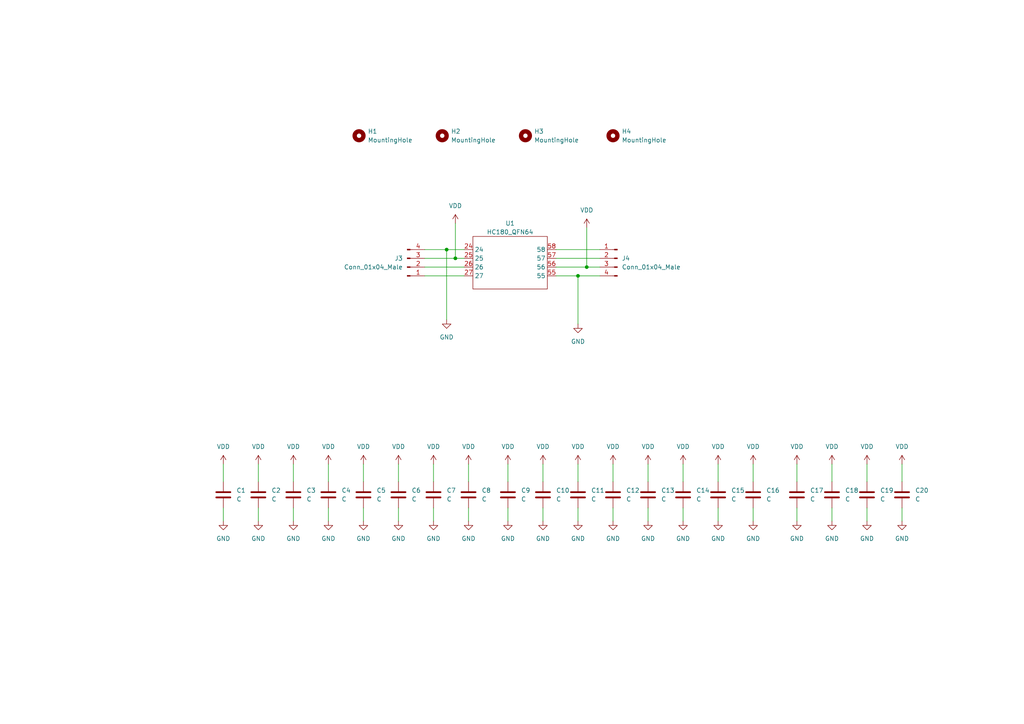
<source format=kicad_sch>
(kicad_sch (version 20211123) (generator eeschema)
  (paper "A4")
  (lib_symbols
    (symbol "Connector:Conn_01x04_Male" (pin_names (offset 1.016) hide)
      (property "Reference" "J" (at 0 5.08 0))
      (property "Value" "Conn_01x04_Male" (at 0 -7.62 0))
      (symbol "Conn_01x04_Male_1_1"
        (polyline (pts (xy 1.27 -5.08) (xy 0.8636 -5.08)) (stroke (width 0.1524)))
        (polyline (pts (xy 1.27 -2.54) (xy 0.8636 -2.54)) (stroke (width 0.1524)))
        (polyline (pts (xy 1.27 0) (xy 0.8636 0)) (stroke (width 0.1524)))
        (polyline (pts (xy 1.27 2.54) (xy 0.8636 2.54)) (stroke (width 0.1524)))
        (rectangle (start 0.8636 -4.953) (end 0 -5.207) (stroke (width 0.1524)) (fill (type outline)))
        (rectangle (start 0.8636 -2.413) (end 0 -2.667) (stroke (width 0.1524)) (fill (type outline)))
        (rectangle (start 0.8636 0.127) (end 0 -0.127) (stroke (width 0.1524)) (fill (type outline)))
        (rectangle (start 0.8636 2.667) (end 0 2.413) (stroke (width 0.1524)) (fill (type outline)))
        (pin passive line (at 5.08 2.54 180) (length 3.81) (name "Pin_1") (number "1"))
        (pin passive line (at 5.08 0 180) (length 3.81) (name "Pin_2") (number "2"))
        (pin passive line (at 5.08 -2.54 180) (length 3.81) (name "Pin_3") (number "3"))
        (pin passive line (at 5.08 -5.08 180) (length 3.81) (name "Pin_4") (number "4"))
      )
    )
    (symbol "Device:C" (pin_numbers hide) (pin_names (offset 0.254))
      (property "Reference" "C" (at 0.635 2.54 0))
      (property "Value" "C" (at 0.635 -2.54 0))
      (symbol "C_0_1"
        (polyline (pts (xy -2.032 -0.762) (xy 2.032 -0.762)) (stroke (width 0.508)))
        (polyline (pts (xy -2.032 0.762) (xy 2.032 0.762)) (stroke (width 0.508)))
      )
      (symbol "C_1_1"
        (pin passive line (at 0 3.81 270) (length 2.794) (name "~") (number "1"))
        (pin passive line (at 0 -3.81 90) (length 2.794) (name "~") (number "2"))
      )
    )
    (symbol "HC180_Board:HC180_QFN64"
      (property "Reference" "U" (at -10.16 16.51 0))
      (property "Value" "HC180_QFN64" (at 0 10.16 0))
      (symbol "HC180_QFN64_0_1"
        (rectangle (start -11.43 15.24) (end 10.16 0))
      )
      (symbol "HC180_QFN64_1_1"
        (pin bidirectional line (at -13.97 11.43 0) (length 2.54) (name "24") (number "24"))
        (pin bidirectional line (at -13.97 8.89 0) (length 2.54) (name "25") (number "25"))
        (pin bidirectional line (at -13.97 6.35 0) (length 2.54) (name "26") (number "26"))
        (pin bidirectional line (at -13.97 3.81 0) (length 2.54) (name "27") (number "27"))
        (pin bidirectional line (at 12.7 3.81 180) (length 2.54) (name "55") (number "55"))
        (pin bidirectional line (at 12.7 6.35 180) (length 2.54) (name "56") (number "56"))
        (pin bidirectional line (at 12.7 8.89 180) (length 2.54) (name "57") (number "57"))
        (pin bidirectional line (at 12.7 11.43 180) (length 2.54) (name "58") (number "58"))
      )
    )
    (symbol "Mechanical:MountingHole" (pin_names (offset 1.016))
      (property "Reference" "H" (at 0 5.08 0))
      (property "Value" "MountingHole" (at 0 3.175 0))
      (symbol "MountingHole_0_1"
        (circle (center 0 0) (radius 1.27) (stroke (width 1.27)))
      )
    )
    (symbol "power:GND" (power) (pin_names (offset 0))
      (property "Value" "GND" (at 0 -3.81 0))
      (symbol "GND_0_1"
        (polyline (pts (xy 0 0) (xy 0 -1.27) (xy 1.27 -1.27) (xy 0 -2.54) (xy -1.27 -1.27) (xy 0 -1.27)))
      )
      (symbol "GND_1_1"
        (pin power_in line (at 0 0 270) (length 0) hide (name "GND") (number "1"))
      )
    )
    (symbol "power:VDD" (power) (pin_names (offset 0))
      (property "Value" "VDD" (at 0 3.81 0))
      (symbol "VDD_0_1"
        (polyline (pts (xy -0.762 1.27) (xy 0 2.54)))
        (polyline (pts (xy 0 0) (xy 0 2.54)))
        (polyline (pts (xy 0 2.54) (xy 0.762 1.27)))
      )
      (symbol "VDD_1_1"
        (pin power_in line (at 0 0 90) (length 0) hide (name "VDD") (number "1"))
      )
    )
  )
  (junction (at 170.18 77.47))
  (junction (at 129.54 72.39))
  (junction (at 167.64 80.01))
  (junction (at 132.08 74.93))
  (wire (pts (xy 208.28 147.32) (xy 208.28 151.13)))
  (wire (pts (xy 123.19 80.01) (xy 134.62 80.01)))
  (wire (pts (xy 161.29 77.47) (xy 170.18 77.47)))
  (wire (pts (xy 125.73 147.32) (xy 125.73 151.13)))
  (wire (pts (xy 157.48 134.62) (xy 157.48 139.7)))
  (wire (pts (xy 173.99 72.39) (xy 161.29 72.39)))
  (wire (pts (xy 135.89 147.32) (xy 135.89 151.13)))
  (wire (pts (xy 177.8 147.32) (xy 177.8 151.13)))
  (wire (pts (xy 167.64 147.32) (xy 167.64 151.13)))
  (wire (pts (xy 187.96 134.62) (xy 187.96 139.7)))
  (wire (pts (xy 74.93 134.62) (xy 74.93 139.7)))
  (wire (pts (xy 64.77 134.62) (xy 64.77 139.7)))
  (wire (pts (xy 105.41 147.32) (xy 105.41 151.13)))
  (wire (pts (xy 251.46 134.62) (xy 251.46 139.7)))
  (wire (pts (xy 241.3 147.32) (xy 241.3 151.13)))
  (wire (pts (xy 173.99 74.93) (xy 161.29 74.93)))
  (wire (pts (xy 167.64 134.62) (xy 167.64 139.7)))
  (wire (pts (xy 241.3 134.62) (xy 241.3 139.7)))
  (wire (pts (xy 129.54 92.71) (xy 129.54 72.39)))
  (wire (pts (xy 218.44 147.32) (xy 218.44 151.13)))
  (wire (pts (xy 167.64 80.01) (xy 161.29 80.01)))
  (wire (pts (xy 132.08 64.77) (xy 132.08 74.93)))
  (wire (pts (xy 251.46 147.32) (xy 251.46 151.13)))
  (wire (pts (xy 115.57 134.62) (xy 115.57 139.7)))
  (wire (pts (xy 187.96 147.32) (xy 187.96 151.13)))
  (wire (pts (xy 123.19 72.39) (xy 129.54 72.39)))
  (wire (pts (xy 95.25 134.62) (xy 95.25 139.7)))
  (wire (pts (xy 125.73 134.62) (xy 125.73 139.7)))
  (wire (pts (xy 85.09 147.32) (xy 85.09 151.13)))
  (wire (pts (xy 198.12 147.32) (xy 198.12 151.13)))
  (wire (pts (xy 64.77 147.32) (xy 64.77 151.13)))
  (wire (pts (xy 261.62 147.32) (xy 261.62 151.13)))
  (wire (pts (xy 208.28 134.62) (xy 208.28 139.7)))
  (wire (pts (xy 132.08 74.93) (xy 134.62 74.93)))
  (wire (pts (xy 167.64 80.01) (xy 167.64 93.98)))
  (wire (pts (xy 157.48 147.32) (xy 157.48 151.13)))
  (wire (pts (xy 123.19 77.47) (xy 134.62 77.47)))
  (wire (pts (xy 129.54 72.39) (xy 134.62 72.39)))
  (wire (pts (xy 105.41 134.62) (xy 105.41 139.7)))
  (wire (pts (xy 74.93 147.32) (xy 74.93 151.13)))
  (wire (pts (xy 198.12 134.62) (xy 198.12 139.7)))
  (wire (pts (xy 177.8 134.62) (xy 177.8 139.7)))
  (wire (pts (xy 85.09 134.62) (xy 85.09 139.7)))
  (wire (pts (xy 218.44 134.62) (xy 218.44 139.7)))
  (wire (pts (xy 147.32 147.32) (xy 147.32 151.13)))
  (wire (pts (xy 147.32 134.62) (xy 147.32 139.7)))
  (wire (pts (xy 261.62 134.62) (xy 261.62 139.7)))
  (wire (pts (xy 167.64 80.01) (xy 173.99 80.01)))
  (wire (pts (xy 231.14 134.62) (xy 231.14 139.7)))
  (wire (pts (xy 231.14 147.32) (xy 231.14 151.13)))
  (wire (pts (xy 123.19 74.93) (xy 132.08 74.93)))
  (wire (pts (xy 170.18 66.04) (xy 170.18 77.47)))
  (wire (pts (xy 170.18 77.47) (xy 173.99 77.47)))
  (wire (pts (xy 135.89 134.62) (xy 135.89 139.7)))
  (wire (pts (xy 115.57 147.32) (xy 115.57 151.13)))
  (wire (pts (xy 95.25 147.32) (xy 95.25 151.13)))
  (symbol (lib_id "Device:C") (at 187.96 143.51 0) (unit 1)
    (property "Reference" "C13" (at 191.77 142.2399 0) (effects (justify left)))
    (property "Value" "C" (at 191.77 144.7799 0) (effects (justify left)))
    (property "Footprint" "Capacitor_SMD:C_0805_2012Metric" (effects hide))
  )
  (symbol (lib_id "power:VDD") (at 125.73 134.62 0) (unit 1)
    (property "Reference" "#PWR0106" (effects hide))
    (property "Value" "VDD" (at 125.73 129.54 0))
  )
  (symbol (lib_id "power:GND") (at 147.32 151.13 0) (unit 1)
    (property "Reference" "#PWR0133" (effects hide))
    (property "Value" "GND" (at 147.32 156.21 0))
  )
  (symbol (lib_id "power:GND") (at 231.14 151.13 0) (unit 1)
    (property "Reference" "#PWR0143" (effects hide))
    (property "Value" "GND" (at 231.14 156.21 0))
  )
  (symbol (lib_id "Device:C") (at 231.14 143.51 0) (unit 1)
    (property "Reference" "C17" (at 234.95 142.2399 0) (effects (justify left)))
    (property "Value" "C" (at 234.95 144.7799 0) (effects (justify left)))
    (property "Footprint" "Capacitor_SMD:C_0805_2012Metric" (effects hide))
  )
  (symbol (lib_id "Device:C") (at 261.62 143.51 0) (unit 1)
    (property "Reference" "C20" (at 265.43 142.2399 0) (effects (justify left)))
    (property "Value" "C" (at 265.43 144.7799 0) (effects (justify left)))
    (property "Footprint" "Capacitor_SMD:C_0805_2012Metric" (effects hide))
  )
  (symbol (lib_id "power:GND") (at 115.57 151.13 0) (unit 1)
    (property "Reference" "#PWR0107" (effects hide))
    (property "Value" "GND" (at 115.57 156.21 0))
  )
  (symbol (lib_id "power:GND") (at 167.64 151.13 0) (unit 1)
    (property "Reference" "#PWR0123" (effects hide))
    (property "Value" "GND" (at 167.64 156.21 0))
  )
  (symbol (lib_id "power:GND") (at 218.44 151.13 0) (unit 1)
    (property "Reference" "#PWR0131" (effects hide))
    (property "Value" "GND" (at 218.44 156.21 0))
  )
  (symbol (lib_id "power:GND") (at 177.8 151.13 0) (unit 1)
    (property "Reference" "#PWR0121" (effects hide))
    (property "Value" "GND" (at 177.8 156.21 0))
  )
  (symbol (lib_id "power:GND") (at 208.28 151.13 0) (unit 1)
    (property "Reference" "#PWR0128" (effects hide))
    (property "Value" "GND" (at 208.28 156.21 0))
  )
  (symbol (lib_id "power:GND") (at 95.25 151.13 0) (unit 1)
    (property "Reference" "#PWR0117" (effects hide))
    (property "Value" "GND" (at 95.25 156.21 0))
  )
  (symbol (lib_id "power:VDD") (at 135.89 134.62 0) (unit 1)
    (property "Reference" "#PWR0110" (effects hide))
    (property "Value" "VDD" (at 135.89 129.54 0))
  )
  (symbol (lib_id "power:VDD") (at 187.96 134.62 0) (unit 1)
    (property "Reference" "#PWR0129" (effects hide))
    (property "Value" "VDD" (at 187.96 129.54 0))
  )
  (symbol (lib_id "power:VDD") (at 147.32 134.62 0) (unit 1)
    (property "Reference" "#PWR0134" (effects hide))
    (property "Value" "VDD" (at 147.32 129.54 0))
  )
  (symbol (lib_id "power:GND") (at 74.93 151.13 0) (unit 1)
    (property "Reference" "#PWR0112" (effects hide))
    (property "Value" "GND" (at 74.93 156.21 0))
  )
  (symbol (lib_id "power:GND") (at 85.09 151.13 0) (unit 1)
    (property "Reference" "#PWR0116" (effects hide))
    (property "Value" "GND" (at 85.09 156.21 0))
  )
  (symbol (lib_id "power:VDD") (at 261.62 134.62 0) (unit 1)
    (property "Reference" "#PWR0139" (effects hide))
    (property "Value" "VDD" (at 261.62 129.54 0))
  )
  (symbol (lib_id "Device:C") (at 125.73 143.51 0) (unit 1)
    (property "Reference" "C7" (at 129.54 142.2399 0) (effects (justify left)))
    (property "Value" "C" (at 129.54 144.7799 0) (effects (justify left)))
    (property "Footprint" "Capacitor_SMD:C_0805_2012Metric" (effects hide))
  )
  (symbol (lib_id "power:GND") (at 125.73 151.13 0) (unit 1)
    (property "Reference" "#PWR0108" (effects hide))
    (property "Value" "GND" (at 125.73 156.21 0))
  )
  (symbol (lib_id "Device:C") (at 177.8 143.51 0) (unit 1)
    (property "Reference" "C12" (at 181.61 142.2399 0) (effects (justify left)))
    (property "Value" "C" (at 181.61 144.7799 0) (effects (justify left)))
    (property "Footprint" "Capacitor_SMD:C_0805_2012Metric" (effects hide))
  )
  (symbol (lib_id "power:GND") (at 105.41 151.13 0) (unit 1)
    (property "Reference" "#PWR0118" (effects hide))
    (property "Value" "GND" (at 105.41 156.21 0))
  )
  (symbol (lib_id "power:VDD") (at 170.18 66.04 0) (unit 1)
    (property "Reference" "#PWR0136" (effects hide))
    (property "Value" "VDD" (at 170.18 60.96 0))
  )
  (symbol (lib_id "power:GND") (at 261.62 151.13 0) (unit 1)
    (property "Reference" "#PWR0137" (effects hide))
    (property "Value" "GND" (at 261.62 156.21 0))
  )
  (symbol (lib_id "Device:C") (at 64.77 143.51 0) (unit 1)
    (property "Reference" "C1" (at 68.58 142.2399 0) (effects (justify left)))
    (property "Value" "C" (at 68.58 144.7799 0) (effects (justify left)))
    (property "Footprint" "Capacitor_SMD:C_0805_2012Metric" (effects hide))
  )
  (symbol (lib_id "power:VDD") (at 95.25 134.62 0) (unit 1)
    (property "Reference" "#PWR0103" (effects hide))
    (property "Value" "VDD" (at 95.25 129.54 0))
  )
  (symbol (lib_id "power:VDD") (at 157.48 134.62 0) (unit 1)
    (property "Reference" "#PWR0124" (effects hide))
    (property "Value" "VDD" (at 157.48 129.54 0))
  )
  (symbol (lib_id "Device:C") (at 135.89 143.51 0) (unit 1)
    (property "Reference" "C8" (at 139.7 142.2399 0) (effects (justify left)))
    (property "Value" "C" (at 139.7 144.7799 0) (effects (justify left)))
    (property "Footprint" "Capacitor_SMD:C_0805_2012Metric" (effects hide))
  )
  (symbol (lib_id "power:VDD") (at 208.28 134.62 0) (unit 1)
    (property "Reference" "#PWR0120" (effects hide))
    (property "Value" "VDD" (at 208.28 129.54 0))
  )
  (symbol (lib_id "Device:C") (at 85.09 143.51 0) (unit 1)
    (property "Reference" "C3" (at 88.9 142.2399 0) (effects (justify left)))
    (property "Value" "C" (at 88.9 144.7799 0) (effects (justify left)))
    (property "Footprint" "Capacitor_SMD:C_0805_2012Metric" (effects hide))
  )
  (symbol (lib_id "Device:C") (at 147.32 143.51 0) (unit 1)
    (property "Reference" "C9" (at 151.13 142.2399 0) (effects (justify left)))
    (property "Value" "C" (at 151.13 144.7799 0) (effects (justify left)))
    (property "Footprint" "Capacitor_SMD:C_0805_2012Metric" (effects hide))
  )
  (symbol (lib_id "Device:C") (at 218.44 143.51 0) (unit 1)
    (property "Reference" "C16" (at 222.25 142.2399 0) (effects (justify left)))
    (property "Value" "C" (at 222.25 144.7799 0) (effects (justify left)))
    (property "Footprint" "Capacitor_SMD:C_0805_2012Metric" (effects hide))
  )
  (symbol (lib_id "power:VDD") (at 115.57 134.62 0) (unit 1)
    (property "Reference" "#PWR0105" (effects hide))
    (property "Value" "VDD" (at 115.57 129.54 0))
  )
  (symbol (lib_id "power:VDD") (at 105.41 134.62 0) (unit 1)
    (property "Reference" "#PWR0104" (effects hide))
    (property "Value" "VDD" (at 105.41 129.54 0))
  )
  (symbol (lib_id "power:VDD") (at 198.12 134.62 0) (unit 1)
    (property "Reference" "#PWR0119" (effects hide))
    (property "Value" "VDD" (at 198.12 129.54 0))
  )
  (symbol (lib_id "Device:C") (at 115.57 143.51 0) (unit 1)
    (property "Reference" "C6" (at 119.38 142.2399 0) (effects (justify left)))
    (property "Value" "C" (at 119.38 144.7799 0) (effects (justify left)))
    (property "Footprint" "Capacitor_SMD:C_0805_2012Metric" (effects hide))
  )
  (symbol (lib_id "power:GND") (at 129.54 92.71 0) (unit 1)
    (property "Reference" "#PWR0102" (effects hide))
    (property "Value" "GND" (at 129.54 97.79 0))
  )
  (symbol (lib_id "Mechanical:MountingHole") (at 104.14 39.37 0) (unit 1)
    (property "Reference" "H1" (at 106.68 38.0999 0) (effects (justify left)))
    (property "Value" "MountingHole" (at 106.68 40.6399 0) (effects (justify left)))
    (property "Footprint" "MountingHole:MountingHole_5mm_Pad" (effects hide))
  )
  (symbol (lib_id "power:VDD") (at 85.09 134.62 0) (unit 1)
    (property "Reference" "#PWR0115" (effects hide))
    (property "Value" "VDD" (at 85.09 129.54 0))
  )
  (symbol (lib_id "Device:C") (at 198.12 143.51 0) (unit 1)
    (property "Reference" "C14" (at 201.93 142.2399 0) (effects (justify left)))
    (property "Value" "C" (at 201.93 144.7799 0) (effects (justify left)))
    (property "Footprint" "Capacitor_SMD:C_0805_2012Metric" (effects hide))
  )
  (symbol (lib_id "power:VDD") (at 167.64 134.62 0) (unit 1)
    (property "Reference" "#PWR0125" (effects hide))
    (property "Value" "VDD" (at 167.64 129.54 0))
  )
  (symbol (lib_id "power:VDD") (at 177.8 134.62 0) (unit 1)
    (property "Reference" "#PWR0130" (effects hide))
    (property "Value" "VDD" (at 177.8 129.54 0))
  )
  (symbol (lib_id "Device:C") (at 95.25 143.51 0) (unit 1)
    (property "Reference" "C4" (at 99.06 142.2399 0) (effects (justify left)))
    (property "Value" "C" (at 99.06 144.7799 0) (effects (justify left)))
    (property "Footprint" "Capacitor_SMD:C_0805_2012Metric" (effects hide))
  )
  (symbol (lib_id "Device:C") (at 241.3 143.51 0) (unit 1)
    (property "Reference" "C18" (at 245.11 142.2399 0) (effects (justify left)))
    (property "Value" "C" (at 245.11 144.7799 0) (effects (justify left)))
    (property "Footprint" "Capacitor_SMD:C_0805_2012Metric" (effects hide))
  )
  (symbol (lib_id "power:GND") (at 241.3 151.13 0) (unit 1)
    (property "Reference" "#PWR0142" (effects hide))
    (property "Value" "GND" (at 241.3 156.21 0))
  )
  (symbol (lib_id "Mechanical:MountingHole") (at 177.8 39.37 0) (unit 1)
    (property "Reference" "H4" (at 180.34 38.0999 0) (effects (justify left)))
    (property "Value" "MountingHole" (at 180.34 40.6399 0) (effects (justify left)))
    (property "Footprint" "MountingHole:MountingHole_5mm_Pad" (effects hide))
  )
  (symbol (lib_id "Connector:Conn_01x04_Male") (at 118.11 77.47 0) (mirror x) (unit 1)
    (property "Reference" "J3" (at 116.84 74.9299 0) (effects (justify right)))
    (property "Value" "Conn_01x04_Male" (at 116.84 77.4699 0) (effects (justify right)))
    (property "Footprint" "Connector_PinHeader_2.54mm:PinHeader_1x04_P2.54mm_Horizontal" (effects hide))
  )
  (symbol (lib_id "power:VDD") (at 241.3 134.62 0) (unit 1)
    (property "Reference" "#PWR0140" (effects hide))
    (property "Value" "VDD" (at 241.3 129.54 0))
  )
  (symbol (lib_id "Mechanical:MountingHole") (at 152.4 39.37 0) (unit 1)
    (property "Reference" "H3" (at 154.94 38.0999 0) (effects (justify left)))
    (property "Value" "MountingHole" (at 154.94 40.6399 0) (effects (justify left)))
    (property "Footprint" "MountingHole:MountingHole_5mm_Pad" (effects hide))
  )
  (symbol (lib_id "Device:C") (at 157.48 143.51 0) (unit 1)
    (property "Reference" "C10" (at 161.29 142.2399 0) (effects (justify left)))
    (property "Value" "C" (at 161.29 144.7799 0) (effects (justify left)))
    (property "Footprint" "Capacitor_SMD:C_0805_2012Metric" (effects hide))
  )
  (symbol (lib_id "power:VDD") (at 218.44 134.62 0) (unit 1)
    (property "Reference" "#PWR0132" (effects hide))
    (property "Value" "VDD" (at 218.44 129.54 0))
  )
  (symbol (lib_id "power:VDD") (at 74.93 134.62 0) (unit 1)
    (property "Reference" "#PWR0114" (effects hide))
    (property "Value" "VDD" (at 74.93 129.54 0))
  )
  (symbol (lib_id "power:VDD") (at 251.46 134.62 0) (unit 1)
    (property "Reference" "#PWR0141" (effects hide))
    (property "Value" "VDD" (at 251.46 129.54 0))
  )
  (symbol (lib_id "power:GND") (at 251.46 151.13 0) (unit 1)
    (property "Reference" "#PWR0138" (effects hide))
    (property "Value" "GND" (at 251.46 156.21 0))
  )
  (symbol (lib_id "Device:C") (at 251.46 143.51 0) (unit 1)
    (property "Reference" "C19" (at 255.27 142.2399 0) (effects (justify left)))
    (property "Value" "C" (at 255.27 144.7799 0) (effects (justify left)))
    (property "Footprint" "Capacitor_SMD:C_0805_2012Metric" (effects hide))
  )
  (symbol (lib_id "power:VDD") (at 132.08 64.77 0) (unit 1)
    (property "Reference" "#PWR0135" (effects hide))
    (property "Value" "VDD" (at 132.08 59.69 0))
  )
  (symbol (lib_id "power:GND") (at 187.96 151.13 0) (unit 1)
    (property "Reference" "#PWR0122" (effects hide))
    (property "Value" "GND" (at 187.96 156.21 0))
  )
  (symbol (lib_id "Device:C") (at 208.28 143.51 0) (unit 1)
    (property "Reference" "C15" (at 212.09 142.2399 0) (effects (justify left)))
    (property "Value" "C" (at 212.09 144.7799 0) (effects (justify left)))
    (property "Footprint" "Capacitor_SMD:C_0805_2012Metric" (effects hide))
  )
  (symbol (lib_id "Device:C") (at 105.41 143.51 0) (unit 1)
    (property "Reference" "C5" (at 109.22 142.2399 0) (effects (justify left)))
    (property "Value" "C" (at 109.22 144.7799 0) (effects (justify left)))
    (property "Footprint" "Capacitor_SMD:C_0805_2012Metric" (effects hide))
  )
  (symbol (lib_id "Device:C") (at 74.93 143.51 0) (unit 1)
    (property "Reference" "C2" (at 78.74 142.2399 0) (effects (justify left)))
    (property "Value" "C" (at 78.74 144.7799 0) (effects (justify left)))
    (property "Footprint" "Capacitor_SMD:C_0805_2012Metric" (effects hide))
  )
  (symbol (lib_id "Mechanical:MountingHole") (at 128.27 39.37 0) (unit 1)
    (property "Reference" "H2" (at 130.81 38.0999 0) (effects (justify left)))
    (property "Value" "MountingHole" (at 130.81 40.6399 0) (effects (justify left)))
    (property "Footprint" "MountingHole:MountingHole_5mm_Pad" (effects hide))
  )
  (symbol (lib_id "Device:C") (at 167.64 143.51 0) (unit 1)
    (property "Reference" "C11" (at 171.45 142.2399 0) (effects (justify left)))
    (property "Value" "C" (at 171.45 144.7799 0) (effects (justify left)))
    (property "Footprint" "Capacitor_SMD:C_0805_2012Metric" (effects hide))
  )
  (symbol (lib_id "power:GND") (at 135.89 151.13 0) (unit 1)
    (property "Reference" "#PWR0109" (effects hide))
    (property "Value" "GND" (at 135.89 156.21 0))
  )
  (symbol (lib_id "power:VDD") (at 64.77 134.62 0) (unit 1)
    (property "Reference" "#PWR0113" (effects hide))
    (property "Value" "VDD" (at 64.77 129.54 0))
  )
  (symbol (lib_id "HC180_Board:HC180_QFN64") (at 148.59 83.82 0) (unit 1)
    (property "Reference" "U1" (at 147.955 64.77 0))
    (property "Value" "HC180_QFN64" (at 147.955 67.31 0))
    (property "Footprint" "Package_DFN_QFN:QFN-64-1EP_9x9mm_P0.5mm_EP6x6mm" (effects hide))
  )
  (symbol (lib_id "Connector:Conn_01x04_Male") (at 179.07 74.93 0) (mirror y) (unit 1)
    (property "Reference" "J4" (at 180.34 74.9299 0) (effects (justify right)))
    (property "Value" "Conn_01x04_Male" (at 180.34 77.4699 0) (effects (justify right)))
    (property "Footprint" "Connector_PinHeader_2.54mm:PinHeader_1x04_P2.54mm_Horizontal" (effects hide))
  )
  (symbol (lib_id "power:GND") (at 198.12 151.13 0) (unit 1)
    (property "Reference" "#PWR0127" (effects hide))
    (property "Value" "GND" (at 198.12 156.21 0))
  )
  (symbol (lib_id "power:GND") (at 167.64 93.98 0) (unit 1)
    (property "Reference" "#PWR0101" (effects hide))
    (property "Value" "GND" (at 167.64 99.06 0))
  )
  (symbol (lib_id "power:GND") (at 157.48 151.13 0) (unit 1)
    (property "Reference" "#PWR0126" (effects hide))
    (property "Value" "GND" (at 157.48 156.21 0))
  )
  (symbol (lib_id "power:GND") (at 64.77 151.13 0) (unit 1)
    (property "Reference" "#PWR0111" (effects hide))
    (property "Value" "GND" (at 64.77 156.21 0))
  )
  (symbol (lib_id "power:VDD") (at 231.14 134.62 0) (unit 1)
    (property "Reference" "#PWR0144" (effects hide))
    (property "Value" "VDD" (at 231.14 129.54 0))
  )
)
</source>
